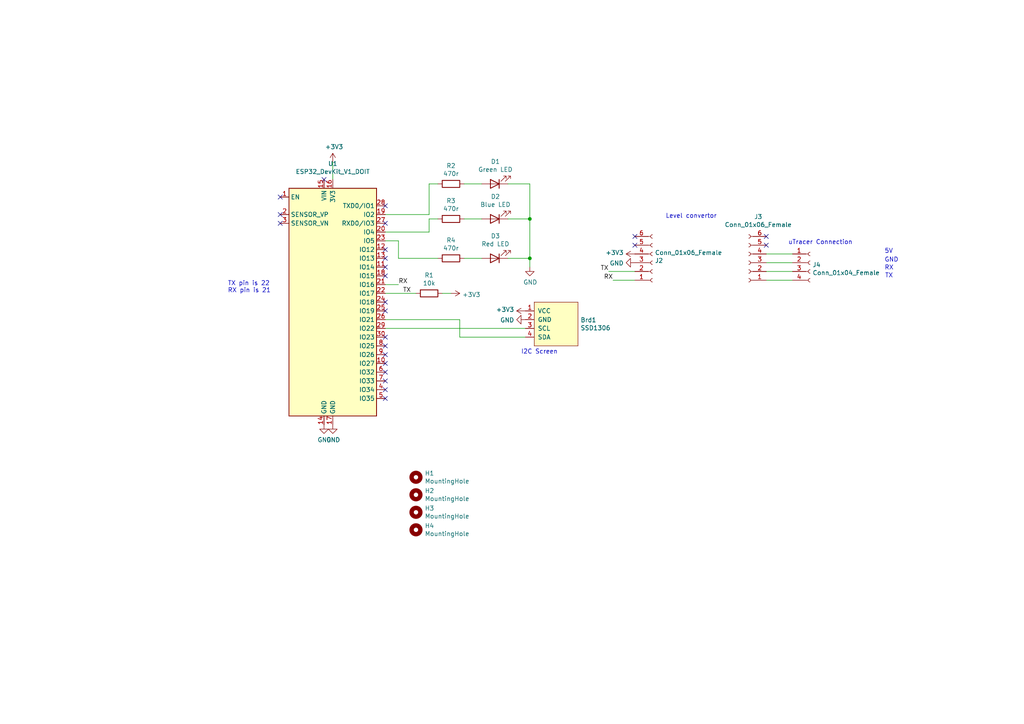
<source format=kicad_sch>
(kicad_sch (version 20211123) (generator eeschema)
  (paper "A4")
  (lib_symbols
    (symbol "Connector:Conn_01x04_Female" (pin_names (offset 1.016) hide)
      (property "Reference" "J" (at 0 5.08 0))
      (property "Value" "Conn_01x04_Female" (at 0 -7.62 0))
      (symbol "Conn_01x04_Female_1_1"
        (arc (start 0 -4.572) (mid -0.508 -5.08) (end 0 -5.588) (stroke (width 0.1524)))
        (arc (start 0 -2.032) (mid -0.508 -2.54) (end 0 -3.048) (stroke (width 0.1524)))
        (polyline (pts (xy -1.27 -5.08) (xy -0.508 -5.08)) (stroke (width 0.1524)))
        (polyline (pts (xy -1.27 -2.54) (xy -0.508 -2.54)) (stroke (width 0.1524)))
        (polyline (pts (xy -1.27 0) (xy -0.508 0)) (stroke (width 0.1524)))
        (polyline (pts (xy -1.27 2.54) (xy -0.508 2.54)) (stroke (width 0.1524)))
        (arc (start 0 0.508) (mid -0.508 0) (end 0 -0.508) (stroke (width 0.1524)))
        (arc (start 0 3.048) (mid -0.508 2.54) (end 0 2.032) (stroke (width 0.1524)))
        (pin passive line (at -5.08 2.54 0) (length 3.81) (name "Pin_1") (number "1"))
        (pin passive line (at -5.08 0 0) (length 3.81) (name "Pin_2") (number "2"))
        (pin passive line (at -5.08 -2.54 0) (length 3.81) (name "Pin_3") (number "3"))
        (pin passive line (at -5.08 -5.08 0) (length 3.81) (name "Pin_4") (number "4"))
      )
    )
    (symbol "Connector:Conn_01x06_Female" (pin_names (offset 1.016) hide)
      (property "Reference" "J" (at 0 7.62 0))
      (property "Value" "Conn_01x06_Female" (at 0 -10.16 0))
      (symbol "Conn_01x06_Female_1_1"
        (arc (start 0 -7.112) (mid -0.508 -7.62) (end 0 -8.128) (stroke (width 0.1524)))
        (arc (start 0 -4.572) (mid -0.508 -5.08) (end 0 -5.588) (stroke (width 0.1524)))
        (arc (start 0 -2.032) (mid -0.508 -2.54) (end 0 -3.048) (stroke (width 0.1524)))
        (polyline (pts (xy -1.27 -7.62) (xy -0.508 -7.62)) (stroke (width 0.1524)))
        (polyline (pts (xy -1.27 -5.08) (xy -0.508 -5.08)) (stroke (width 0.1524)))
        (polyline (pts (xy -1.27 -2.54) (xy -0.508 -2.54)) (stroke (width 0.1524)))
        (polyline (pts (xy -1.27 0) (xy -0.508 0)) (stroke (width 0.1524)))
        (polyline (pts (xy -1.27 2.54) (xy -0.508 2.54)) (stroke (width 0.1524)))
        (polyline (pts (xy -1.27 5.08) (xy -0.508 5.08)) (stroke (width 0.1524)))
        (arc (start 0 0.508) (mid -0.508 0) (end 0 -0.508) (stroke (width 0.1524)))
        (arc (start 0 3.048) (mid -0.508 2.54) (end 0 2.032) (stroke (width 0.1524)))
        (arc (start 0 5.588) (mid -0.508 5.08) (end 0 4.572) (stroke (width 0.1524)))
        (pin passive line (at -5.08 5.08 0) (length 3.81) (name "Pin_1") (number "1"))
        (pin passive line (at -5.08 2.54 0) (length 3.81) (name "Pin_2") (number "2"))
        (pin passive line (at -5.08 0 0) (length 3.81) (name "Pin_3") (number "3"))
        (pin passive line (at -5.08 -2.54 0) (length 3.81) (name "Pin_4") (number "4"))
        (pin passive line (at -5.08 -5.08 0) (length 3.81) (name "Pin_5") (number "5"))
        (pin passive line (at -5.08 -7.62 0) (length 3.81) (name "Pin_6") (number "6"))
      )
    )
    (symbol "Device:LED" (pin_numbers hide) (pin_names (offset 1.016) hide)
      (property "Reference" "D" (at 0 2.54 0))
      (property "Value" "LED" (at 0 -2.54 0))
      (symbol "LED_0_1"
        (polyline (pts (xy -1.27 -1.27) (xy -1.27 1.27)) (stroke (width 0.254)))
        (polyline (pts (xy -1.27 0) (xy 1.27 0)))
        (polyline (pts (xy 1.27 -1.27) (xy 1.27 1.27) (xy -1.27 0) (xy 1.27 -1.27)) (stroke (width 0.254)))
        (polyline (pts (xy -3.048 -0.762) (xy -4.572 -2.286) (xy -3.81 -2.286) (xy -4.572 -2.286) (xy -4.572 -1.524)))
        (polyline (pts (xy -1.778 -0.762) (xy -3.302 -2.286) (xy -2.54 -2.286) (xy -3.302 -2.286) (xy -3.302 -1.524)))
      )
      (symbol "LED_1_1"
        (pin passive line (at -3.81 0 0) (length 2.54) (name "K") (number "1"))
        (pin passive line (at 3.81 0 180) (length 2.54) (name "A") (number "2"))
      )
    )
    (symbol "Device:R" (pin_numbers hide) (pin_names (offset 0))
      (property "Reference" "R" (at 2.032 0 90))
      (property "Value" "R" (at 0 0 90))
      (symbol "R_0_1"
        (rectangle (start -1.016 -2.54) (end 1.016 2.54) (stroke (width 0.254)))
      )
      (symbol "R_1_1"
        (pin passive line (at 0 3.81 270) (length 1.27) (name "~") (number "1"))
        (pin passive line (at 0 -3.81 90) (length 1.27) (name "~") (number "2"))
      )
    )
    (symbol "ESP32:ESP32_DevKit_V1_DOIT"
      (property "Reference" "U" (at -11.43 34.29 0))
      (property "Value" "ESP32_DevKit_V1_DOIT" (at 11.43 34.29 0))
      (symbol "ESP32_DevKit_V1_DOIT_1_1"
        (rectangle (start -12.7 33.02) (end 12.7 -33.02) (stroke (width 0.254)) (fill (type background)))
        (pin input line (at -15.24 30.48 0) (length 2.54) (name "EN") (number "1"))
        (pin bidirectional line (at 15.24 -17.78 180) (length 2.54) (name "IO27") (number "10"))
        (pin bidirectional line (at 15.24 10.16 180) (length 2.54) (name "IO14") (number "11"))
        (pin bidirectional line (at 15.24 15.24 180) (length 2.54) (name "IO12") (number "12"))
        (pin bidirectional line (at 15.24 12.7 180) (length 2.54) (name "IO13") (number "13"))
        (pin power_in line (at -2.54 -35.56 90) (length 2.54) (name "GND") (number "14"))
        (pin power_in line (at -2.54 35.56 270) (length 2.54) (name "VIN") (number "15"))
        (pin power_in line (at 0 35.56 270) (length 2.54) (name "3V3") (number "16"))
        (pin power_in line (at 0 -35.56 90) (length 2.54) (name "GND") (number "17"))
        (pin bidirectional line (at 15.24 7.62 180) (length 2.54) (name "IO15") (number "18"))
        (pin bidirectional line (at 15.24 25.4 180) (length 2.54) (name "IO2") (number "19"))
        (pin input line (at -15.24 25.4 0) (length 2.54) (name "SENSOR_VP") (number "2"))
        (pin bidirectional line (at 15.24 20.32 180) (length 2.54) (name "IO4") (number "20"))
        (pin bidirectional line (at 15.24 5.08 180) (length 2.54) (name "IO16") (number "21"))
        (pin bidirectional line (at 15.24 2.54 180) (length 2.54) (name "IO17") (number "22"))
        (pin bidirectional line (at 15.24 17.78 180) (length 2.54) (name "IO5") (number "23"))
        (pin bidirectional line (at 15.24 0 180) (length 2.54) (name "IO18") (number "24"))
        (pin bidirectional line (at 15.24 -2.54 180) (length 2.54) (name "IO19") (number "25"))
        (pin bidirectional line (at 15.24 -5.08 180) (length 2.54) (name "IO21") (number "26"))
        (pin bidirectional line (at 15.24 22.86 180) (length 2.54) (name "RXD0/IO3") (number "27"))
        (pin bidirectional line (at 15.24 27.94 180) (length 2.54) (name "TXD0/IO1") (number "28"))
        (pin bidirectional line (at 15.24 -7.62 180) (length 2.54) (name "IO22") (number "29"))
        (pin input line (at -15.24 22.86 0) (length 2.54) (name "SENSOR_VN") (number "3"))
        (pin bidirectional line (at 15.24 -10.16 180) (length 2.54) (name "IO23") (number "30"))
        (pin input line (at 15.24 -25.4 180) (length 2.54) (name "IO34") (number "4"))
        (pin input line (at 15.24 -27.94 180) (length 2.54) (name "IO35") (number "5"))
        (pin bidirectional line (at 15.24 -20.32 180) (length 2.54) (name "IO32") (number "6"))
        (pin bidirectional line (at 15.24 -22.86 180) (length 2.54) (name "IO33") (number "7"))
        (pin bidirectional line (at 15.24 -12.7 180) (length 2.54) (name "IO25") (number "8"))
        (pin bidirectional line (at 15.24 -15.24 180) (length 2.54) (name "IO26") (number "9"))
      )
    )
    (symbol "Mechanical:MountingHole" (pin_names (offset 1.016))
      (property "Reference" "H" (at 0 5.08 0))
      (property "Value" "MountingHole" (at 0 3.175 0))
      (symbol "MountingHole_0_1"
        (circle (center 0 0) (radius 1.27) (stroke (width 1.27)))
      )
    )
    (symbol "power:+3.3V" (power) (pin_names (offset 0))
      (property "Value" "+3.3V" (at 0 3.556 0))
      (symbol "+3.3V_0_1"
        (polyline (pts (xy -0.762 1.27) (xy 0 2.54)))
        (polyline (pts (xy 0 0) (xy 0 2.54)))
        (polyline (pts (xy 0 2.54) (xy 0.762 1.27)))
      )
      (symbol "+3.3V_1_1"
        (pin power_in line (at 0 0 90) (length 0) hide (name "+3V3") (number "1"))
      )
    )
    (symbol "power:GND" (power) (pin_names (offset 0))
      (property "Value" "GND" (at 0 -3.81 0))
      (symbol "GND_0_1"
        (polyline (pts (xy 0 0) (xy 0 -1.27) (xy 1.27 -1.27) (xy 0 -2.54) (xy -1.27 -1.27) (xy 0 -1.27)))
      )
      (symbol "GND_1_1"
        (pin power_in line (at 0 0 270) (length 0) hide (name "GND") (number "1"))
      )
    )
    (symbol "screen:SSD1306" (pin_names (offset 1.016))
      (property "Reference" "Brd" (at 0 -3.81 0))
      (property "Value" "SSD1306" (at 0 -1.27 0))
      (symbol "SSD1306_0_1"
        (rectangle (start -6.35 6.35) (end 6.35 -6.35) (fill (type background)))
      )
      (symbol "SSD1306_1_1"
        (pin input line (at -3.81 8.89 270) (length 2.54) (name "VCC") (number "1"))
        (pin input line (at -1.27 8.89 270) (length 2.54) (name "GND") (number "2"))
        (pin input line (at 1.27 8.89 270) (length 2.54) (name "SCL") (number "3"))
        (pin input line (at 3.81 8.89 270) (length 2.54) (name "SDA") (number "4"))
      )
    )
  )
  (junction (at 153.67 74.93))
  (junction (at 153.67 63.5))
  (no_connect (at 111.76 110.49))
  (no_connect (at 93.98 52.07))
  (no_connect (at 111.76 64.77))
  (no_connect (at 111.76 102.87))
  (no_connect (at 111.76 97.79))
  (no_connect (at 184.15 71.12))
  (no_connect (at 111.76 100.33))
  (no_connect (at 111.76 90.17))
  (no_connect (at 111.76 74.93))
  (no_connect (at 184.15 68.58))
  (no_connect (at 222.25 68.58))
  (no_connect (at 111.76 80.01))
  (no_connect (at 111.76 105.41))
  (no_connect (at 111.76 87.63))
  (no_connect (at 111.76 59.69))
  (no_connect (at 111.76 77.47))
  (no_connect (at 111.76 115.57))
  (no_connect (at 81.28 64.77))
  (no_connect (at 81.28 62.23))
  (no_connect (at 111.76 72.39))
  (no_connect (at 222.25 71.12))
  (no_connect (at 111.76 113.03))
  (no_connect (at 81.28 57.15))
  (no_connect (at 111.76 107.95))
  (wire (pts (xy 184.15 81.28) (xy 177.8 81.28)))
  (wire (pts (xy 153.67 74.93) (xy 153.67 77.47)))
  (wire (pts (xy 222.25 73.66) (xy 229.87 73.66)))
  (wire (pts (xy 111.76 67.31) (xy 124.46 67.31)))
  (wire (pts (xy 111.76 85.09) (xy 120.65 85.09)))
  (wire (pts (xy 133.35 92.71) (xy 133.35 97.79)))
  (wire (pts (xy 111.76 69.85) (xy 115.57 69.85)))
  (wire (pts (xy 133.35 97.79) (xy 152.4 97.79)))
  (wire (pts (xy 222.25 78.74) (xy 229.87 78.74)))
  (wire (pts (xy 111.76 95.25) (xy 152.4 95.25)))
  (wire (pts (xy 176.53 78.74) (xy 184.15 78.74)))
  (wire (pts (xy 115.57 69.85) (xy 115.57 74.93)))
  (wire (pts (xy 134.62 74.93) (xy 139.7 74.93)))
  (wire (pts (xy 153.67 53.34) (xy 153.67 63.5)))
  (wire (pts (xy 124.46 62.23) (xy 124.46 53.34)))
  (wire (pts (xy 124.46 67.31) (xy 124.46 63.5)))
  (wire (pts (xy 222.25 81.28) (xy 229.87 81.28)))
  (wire (pts (xy 134.62 53.34) (xy 139.7 53.34)))
  (wire (pts (xy 222.25 76.2) (xy 229.87 76.2)))
  (wire (pts (xy 153.67 63.5) (xy 153.67 74.93)))
  (wire (pts (xy 128.27 85.09) (xy 130.81 85.09)))
  (wire (pts (xy 96.52 46.99) (xy 96.52 52.07)))
  (wire (pts (xy 115.57 74.93) (xy 127 74.93)))
  (wire (pts (xy 147.32 63.5) (xy 153.67 63.5)))
  (wire (pts (xy 111.76 92.71) (xy 133.35 92.71)))
  (wire (pts (xy 147.32 53.34) (xy 153.67 53.34)))
  (wire (pts (xy 111.76 82.55) (xy 115.57 82.55)))
  (wire (pts (xy 124.46 53.34) (xy 127 53.34)))
  (wire (pts (xy 124.46 63.5) (xy 127 63.5)))
  (wire (pts (xy 134.62 63.5) (xy 139.7 63.5)))
  (wire (pts (xy 147.32 74.93) (xy 153.67 74.93)))
  (wire (pts (xy 111.76 62.23) (xy 124.46 62.23)))
  (text "uTracer Connection" (at 228.6 71.12 0) (effects (font (size 1.27 1.27)) (justify left bottom)))
  (text "TX pin is 22\nRX pin is 21" (at 66.04 85.09 0) (effects (font (size 1.27 1.27)) (justify left bottom)))
  (text "Level convertor" (at 193.04 63.5 0) (effects (font (size 1.27 1.27)) (justify left bottom)))
  (text "GND" (at 256.54 76.2 0) (effects (font (size 1.27 1.27)) (justify left bottom)))
  (text "RX" (at 256.54 78.486 0) (effects (font (size 1.27 1.27)) (justify left bottom)))
  (text "TX" (at 256.667 80.772 0) (effects (font (size 1.27 1.27)) (justify left bottom)))
  (text "I2C Screen" (at 151.13 102.87 0) (effects (font (size 1.27 1.27)) (justify left bottom)))
  (text "5V" (at 256.54 73.66 0) (effects (font (size 1.27 1.27)) (justify left bottom)))
  (label "TX" (at 176.53 78.74 180))
  (label "RX" (at 177.8 81.28 180))
  (label "TX" (at 116.84 85.09 0))
  (label "RX" (at 115.57 82.55 0))
  (symbol (lib_id "ESP32:ESP32_DevKit_V1_DOIT") (at 96.52 87.63 0) (unit 1)
    (property "Reference" "U1" (at 96.52 47.4726 0))
    (property "Value" "ESP32_DevKit_V1_DOIT" (at 96.52 49.784 0))
    (property "Footprint" "ESP:esp32_devkit_v1_doit" (effects hide))
    (property "Datasheet" "https://aliexpress.com/item/32864722159.html" (effects hide))
  )
  (symbol (lib_id "Device:R") (at 130.81 53.34 90) (unit 1)
    (property "Reference" "R2" (at 130.81 48.0822 90))
    (property "Value" "470r" (at 130.81 50.3936 90))
    (property "Footprint" "Resistor_THT:R_Axial_DIN0207_L6.3mm_D2.5mm_P10.16mm_Horizontal" (effects hide))
  )
  (symbol (lib_id "Device:R") (at 130.81 63.5 90) (unit 1)
    (property "Reference" "R3" (at 130.81 58.2422 90))
    (property "Value" "470r" (at 130.81 60.5536 90))
    (property "Footprint" "Resistor_THT:R_Axial_DIN0207_L6.3mm_D2.5mm_P10.16mm_Horizontal" (effects hide))
  )
  (symbol (lib_id "Device:R") (at 130.81 74.93 90) (unit 1)
    (property "Reference" "R4" (at 130.81 69.6722 90))
    (property "Value" "470r" (at 130.81 71.9836 90))
    (property "Footprint" "Resistor_THT:R_Axial_DIN0207_L6.3mm_D2.5mm_P10.16mm_Horizontal" (effects hide))
  )
  (symbol (lib_id "Device:R") (at 124.46 85.09 90) (unit 1)
    (property "Reference" "R1" (at 124.46 79.8322 90))
    (property "Value" "10k" (at 124.46 82.1436 90))
    (property "Footprint" "Resistor_THT:R_Axial_DIN0207_L6.3mm_D2.5mm_P10.16mm_Horizontal" (effects hide))
  )
  (symbol (lib_id "Device:LED") (at 143.51 53.34 180) (unit 1)
    (property "Reference" "D1" (at 143.6878 46.863 0))
    (property "Value" "Green LED" (at 143.6878 49.1744 0))
    (property "Footprint" "LED_THT:LED_D3.0mm" (effects hide))
  )
  (symbol (lib_id "Device:LED") (at 143.51 63.5 180) (unit 1)
    (property "Reference" "D2" (at 143.6878 57.023 0))
    (property "Value" "Blue LED" (at 143.6878 59.3344 0))
    (property "Footprint" "LED_THT:LED_D3.0mm" (effects hide))
  )
  (symbol (lib_id "Device:LED") (at 143.51 74.93 180) (unit 1)
    (property "Reference" "D3" (at 143.6878 68.453 0))
    (property "Value" "Red LED" (at 143.6878 70.7644 0))
    (property "Footprint" "LED_THT:LED_D3.0mm" (effects hide))
  )
  (symbol (lib_id "Connector:Conn_01x06_Female") (at 189.23 76.2 0) (mirror x) (unit 1)
    (property "Reference" "J2" (at 189.9412 75.5904 0) (effects (justify left)))
    (property "Value" "Conn_01x06_Female" (at 189.9412 73.279 0) (effects (justify left)))
    (property "Footprint" "Connector_PinSocket_2.54mm:PinSocket_1x06_P2.54mm_Vertical" (effects hide))
  )
  (symbol (lib_id "Connector:Conn_01x06_Female") (at 217.17 76.2 180) (unit 1)
    (property "Reference" "J3" (at 219.9132 62.865 0))
    (property "Value" "Conn_01x06_Female" (at 219.9132 65.1764 0))
    (property "Footprint" "Connector_PinSocket_2.54mm:PinSocket_1x06_P2.54mm_Vertical" (effects hide))
  )
  (symbol (lib_id "Connector:Conn_01x04_Female") (at 234.95 76.2 0) (unit 1)
    (property "Reference" "J4" (at 235.6612 76.8096 0) (effects (justify left)))
    (property "Value" "Conn_01x04_Female" (at 235.6612 79.121 0) (effects (justify left)))
    (property "Footprint" "Connector_PinSocket_2.54mm:PinSocket_1x04_P2.54mm_Vertical" (effects hide))
  )
  (symbol (lib_id "Mechanical:MountingHole") (at 120.65 138.43 0) (unit 1)
    (property "Reference" "H1" (at 123.19 137.2616 0) (effects (justify left)))
    (property "Value" "MountingHole" (at 123.19 139.573 0) (effects (justify left)))
    (property "Footprint" "MountingHole:MountingHole_3.2mm_M3" (effects hide))
  )
  (symbol (lib_id "Mechanical:MountingHole") (at 120.65 143.51 0) (unit 1)
    (property "Reference" "H2" (at 123.19 142.3416 0) (effects (justify left)))
    (property "Value" "MountingHole" (at 123.19 144.653 0) (effects (justify left)))
    (property "Footprint" "MountingHole:MountingHole_3.2mm_M3" (effects hide))
  )
  (symbol (lib_id "Mechanical:MountingHole") (at 120.65 148.59 0) (unit 1)
    (property "Reference" "H3" (at 123.19 147.4216 0) (effects (justify left)))
    (property "Value" "MountingHole" (at 123.19 149.733 0) (effects (justify left)))
    (property "Footprint" "MountingHole:MountingHole_3.2mm_M3" (effects hide))
  )
  (symbol (lib_id "Mechanical:MountingHole") (at 120.65 153.67 0) (unit 1)
    (property "Reference" "H4" (at 123.19 152.5016 0) (effects (justify left)))
    (property "Value" "MountingHole" (at 123.19 154.813 0) (effects (justify left)))
    (property "Footprint" "MountingHole:MountingHole_3.2mm_M3" (effects hide))
  )
  (symbol (lib_id "power:GND") (at 152.4 92.71 270) (unit 1)
    (property "Reference" "#PWR0101" (effects hide))
    (property "Value" "GND" (at 149.1488 92.837 90) (effects (justify right)))
  )
  (symbol (lib_id "power:GND") (at 96.52 123.19 0) (unit 1)
    (property "Reference" "#PWR0102" (effects hide))
    (property "Value" "GND" (at 96.647 127.5842 0))
  )
  (symbol (lib_id "power:GND") (at 93.98 123.19 0) (unit 1)
    (property "Reference" "#PWR0103" (effects hide))
    (property "Value" "GND" (at 94.107 127.5842 0))
  )
  (symbol (lib_id "power:GND") (at 153.67 77.47 0) (unit 1)
    (property "Reference" "#PWR0104" (effects hide))
    (property "Value" "GND" (at 153.797 81.8642 0))
  )
  (symbol (lib_id "power:+3.3V") (at 96.52 46.99 0) (unit 1)
    (property "Reference" "#PWR0105" (effects hide))
    (property "Value" "+3.3V" (at 96.901 42.5958 0))
  )
  (symbol (lib_id "power:+3.3V") (at 152.4 90.17 90) (unit 1)
    (property "Reference" "#PWR0106" (effects hide))
    (property "Value" "+3.3V" (at 149.1488 89.789 90) (effects (justify left)))
  )
  (symbol (lib_id "power:+3.3V") (at 130.81 85.09 270) (unit 1)
    (property "Reference" "#PWR0107" (effects hide))
    (property "Value" "+3.3V" (at 134.0612 85.471 90) (effects (justify left)))
  )
  (symbol (lib_id "power:GND") (at 184.15 76.2 270) (unit 1)
    (property "Reference" "#PWR0108" (effects hide))
    (property "Value" "GND" (at 180.8988 76.327 90) (effects (justify right)))
  )
  (symbol (lib_id "power:+3.3V") (at 184.15 73.66 90) (unit 1)
    (property "Reference" "#PWR0109" (effects hide))
    (property "Value" "+3.3V" (at 180.8988 73.279 90) (effects (justify left)))
  )
  (symbol (lib_id "screen:SSD1306") (at 161.29 93.98 90) (mirror x) (unit 1)
    (property "Reference" "Brd1" (at 168.3512 92.8116 90) (effects (justify right)))
    (property "Value" "SSD1306" (at 168.3512 95.123 90) (effects (justify right)))
    (property "Footprint" "screen:128x64OLED" (effects hide))
  )
)
</source>
